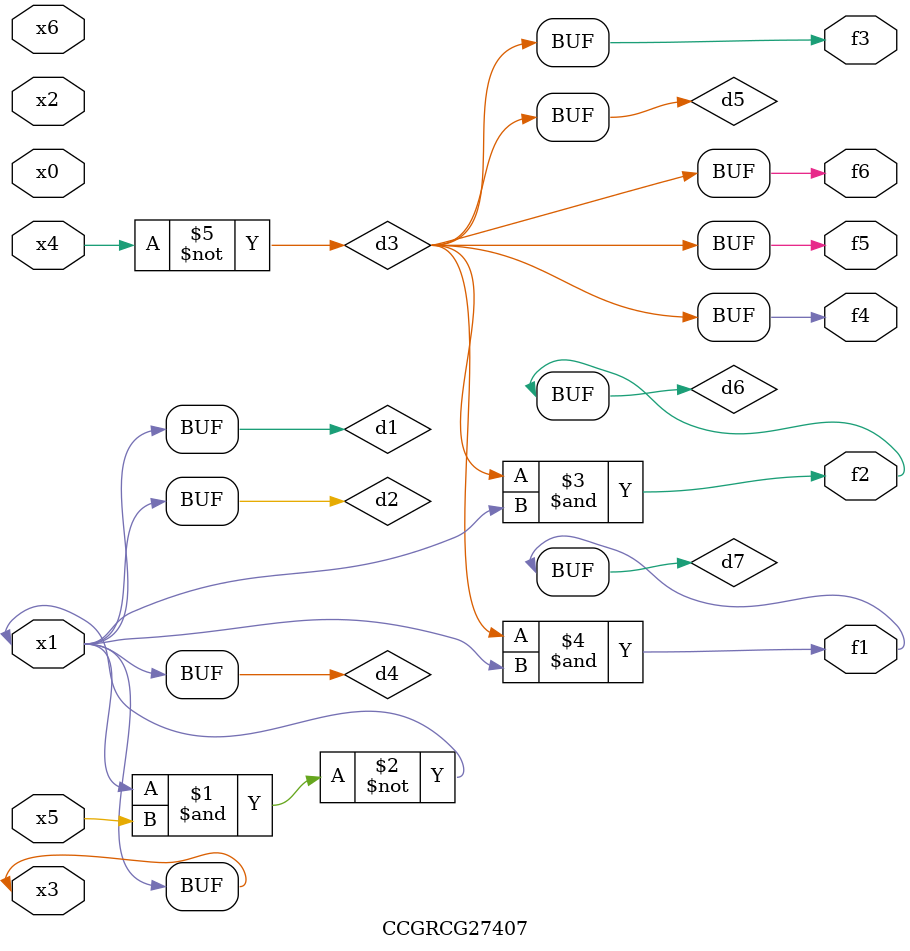
<source format=v>
module CCGRCG27407(
	input x0, x1, x2, x3, x4, x5, x6,
	output f1, f2, f3, f4, f5, f6
);

	wire d1, d2, d3, d4, d5, d6, d7;

	buf (d1, x1, x3);
	nand (d2, x1, x5);
	not (d3, x4);
	buf (d4, d1, d2);
	buf (d5, d3);
	and (d6, d3, d4);
	and (d7, d3, d4);
	assign f1 = d7;
	assign f2 = d6;
	assign f3 = d5;
	assign f4 = d5;
	assign f5 = d5;
	assign f6 = d5;
endmodule

</source>
